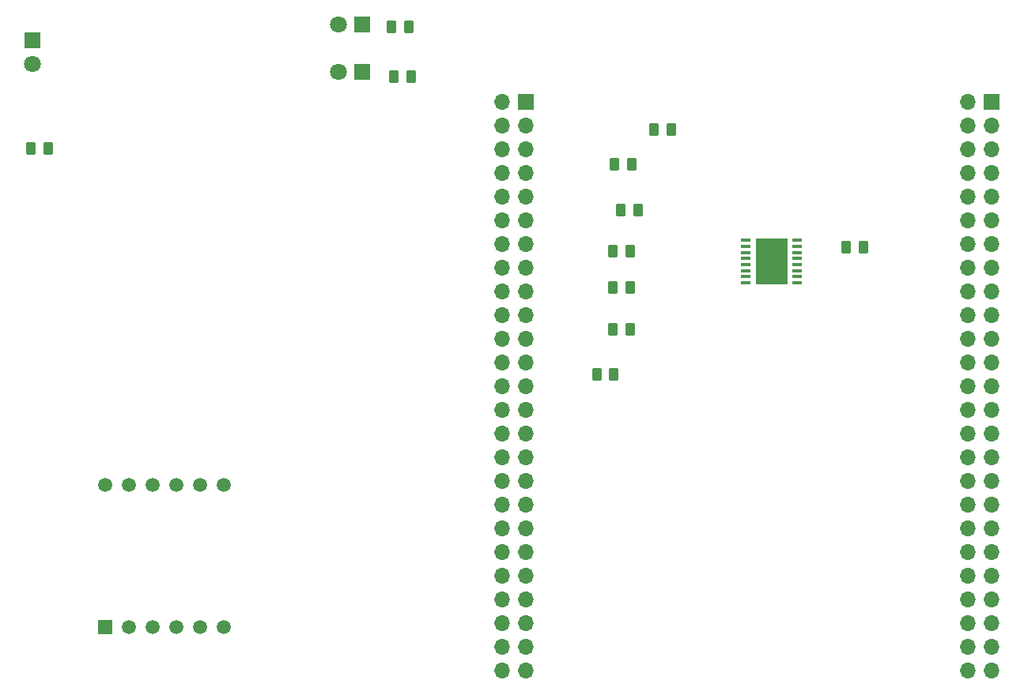
<source format=gbr>
%TF.GenerationSoftware,KiCad,Pcbnew,(7.0.0)*%
%TF.CreationDate,2023-05-31T00:06:15-06:00*%
%TF.ProjectId,Oximeter,4f78696d-6574-4657-922e-6b696361645f,rev?*%
%TF.SameCoordinates,Original*%
%TF.FileFunction,Soldermask,Top*%
%TF.FilePolarity,Negative*%
%FSLAX46Y46*%
G04 Gerber Fmt 4.6, Leading zero omitted, Abs format (unit mm)*
G04 Created by KiCad (PCBNEW (7.0.0)) date 2023-05-31 00:06:15*
%MOMM*%
%LPD*%
G01*
G04 APERTURE LIST*
G04 Aperture macros list*
%AMRoundRect*
0 Rectangle with rounded corners*
0 $1 Rounding radius*
0 $2 $3 $4 $5 $6 $7 $8 $9 X,Y pos of 4 corners*
0 Add a 4 corners polygon primitive as box body*
4,1,4,$2,$3,$4,$5,$6,$7,$8,$9,$2,$3,0*
0 Add four circle primitives for the rounded corners*
1,1,$1+$1,$2,$3*
1,1,$1+$1,$4,$5*
1,1,$1+$1,$6,$7*
1,1,$1+$1,$8,$9*
0 Add four rect primitives between the rounded corners*
20,1,$1+$1,$2,$3,$4,$5,0*
20,1,$1+$1,$4,$5,$6,$7,0*
20,1,$1+$1,$6,$7,$8,$9,0*
20,1,$1+$1,$8,$9,$2,$3,0*%
G04 Aperture macros list end*
%ADD10RoundRect,0.250000X-0.262500X-0.450000X0.262500X-0.450000X0.262500X0.450000X-0.262500X0.450000X0*%
%ADD11R,1.050000X0.450000*%
%ADD12R,3.400000X5.000000*%
%ADD13R,1.500000X1.500000*%
%ADD14C,1.500000*%
%ADD15RoundRect,0.250000X0.262500X0.450000X-0.262500X0.450000X-0.262500X-0.450000X0.262500X-0.450000X0*%
%ADD16R,1.700000X1.700000*%
%ADD17O,1.700000X1.700000*%
%ADD18R,1.800000X1.800000*%
%ADD19C,1.800000*%
G04 APERTURE END LIST*
D10*
%TO.C,R3*%
X238425000Y-89600000D03*
X240250000Y-89600000D03*
%TD*%
D11*
%TO.C,U2*%
X227624999Y-88824999D03*
X227624999Y-89474999D03*
X227624999Y-90124999D03*
X227624999Y-90774999D03*
X227624999Y-91424999D03*
X227624999Y-92074999D03*
X227624999Y-92724999D03*
X227624999Y-93374999D03*
X233174999Y-93374999D03*
X233174999Y-92724999D03*
X233174999Y-92074999D03*
X233174999Y-91424999D03*
X233174999Y-90774999D03*
X233174999Y-90124999D03*
X233174999Y-89474999D03*
X233174999Y-88824999D03*
D12*
X230399999Y-91099999D03*
%TD*%
D13*
%TO.C,U1*%
X159024999Y-130264999D03*
D14*
X161565000Y-130265000D03*
X164105000Y-130265000D03*
X166645000Y-130265000D03*
X169185000Y-130265000D03*
X171725000Y-130265000D03*
X171725000Y-115025000D03*
X169185000Y-115025000D03*
X166645000Y-115025000D03*
X164105000Y-115025000D03*
X161565000Y-115025000D03*
X159025000Y-115025000D03*
%TD*%
D15*
%TO.C,R11*%
X152950000Y-79025000D03*
X151125000Y-79025000D03*
%TD*%
%TO.C,R10*%
X213525000Y-103200000D03*
X211700000Y-103200000D03*
%TD*%
%TO.C,R9*%
X215275000Y-98375000D03*
X213450000Y-98375000D03*
%TD*%
%TO.C,R8*%
X215250000Y-93900000D03*
X213425000Y-93900000D03*
%TD*%
%TO.C,R7*%
X215250000Y-90025000D03*
X213425000Y-90025000D03*
%TD*%
%TO.C,R6*%
X214275000Y-85600000D03*
X216100000Y-85600000D03*
%TD*%
%TO.C,R5*%
X213600000Y-80675000D03*
X215425000Y-80675000D03*
%TD*%
%TO.C,R4*%
X217825000Y-76925000D03*
X219650000Y-76925000D03*
%TD*%
D10*
%TO.C,R2*%
X189735000Y-65950000D03*
X191560000Y-65950000D03*
%TD*%
%TO.C,R1*%
X189985000Y-71250000D03*
X191810000Y-71250000D03*
%TD*%
D16*
%TO.C,J2*%
X253974999Y-73994999D03*
D17*
X251434999Y-73994999D03*
X253974999Y-76534999D03*
X251434999Y-76534999D03*
X253974999Y-79074999D03*
X251434999Y-79074999D03*
X253974999Y-81614999D03*
X251434999Y-81614999D03*
X253974999Y-84154999D03*
X251434999Y-84154999D03*
X253974999Y-86694999D03*
X251434999Y-86694999D03*
X253974999Y-89234999D03*
X251434999Y-89234999D03*
X253974999Y-91774999D03*
X251434999Y-91774999D03*
X253974999Y-94314999D03*
X251434999Y-94314999D03*
X253974999Y-96854999D03*
X251434999Y-96854999D03*
X253974999Y-99394999D03*
X251434999Y-99394999D03*
X253974999Y-101934999D03*
X251434999Y-101934999D03*
X253974999Y-104474999D03*
X251434999Y-104474999D03*
X253974999Y-107014999D03*
X251434999Y-107014999D03*
X253974999Y-109554999D03*
X251434999Y-109554999D03*
X253974999Y-112094999D03*
X251434999Y-112094999D03*
X253974999Y-114634999D03*
X251434999Y-114634999D03*
X253974999Y-117174999D03*
X251434999Y-117174999D03*
X253974999Y-119714999D03*
X251434999Y-119714999D03*
X253974999Y-122254999D03*
X251434999Y-122254999D03*
X253974999Y-124794999D03*
X251434999Y-124794999D03*
X253974999Y-127334999D03*
X251434999Y-127334999D03*
X253974999Y-129874999D03*
X251434999Y-129874999D03*
X253974999Y-132414999D03*
X251434999Y-132414999D03*
X253974999Y-134954999D03*
X251434999Y-134954999D03*
%TD*%
D16*
%TO.C,J1*%
X204089999Y-73979999D03*
D17*
X201549999Y-73979999D03*
X204089999Y-76519999D03*
X201549999Y-76519999D03*
X204089999Y-79059999D03*
X201549999Y-79059999D03*
X204089999Y-81599999D03*
X201549999Y-81599999D03*
X204089999Y-84139999D03*
X201549999Y-84139999D03*
X204089999Y-86679999D03*
X201549999Y-86679999D03*
X204089999Y-89219999D03*
X201549999Y-89219999D03*
X204089999Y-91759999D03*
X201549999Y-91759999D03*
X204089999Y-94299999D03*
X201549999Y-94299999D03*
X204089999Y-96839999D03*
X201549999Y-96839999D03*
X204089999Y-99379999D03*
X201549999Y-99379999D03*
X204089999Y-101919999D03*
X201549999Y-101919999D03*
X204089999Y-104459999D03*
X201549999Y-104459999D03*
X204089999Y-106999999D03*
X201549999Y-106999999D03*
X204089999Y-109539999D03*
X201549999Y-109539999D03*
X204089999Y-112079999D03*
X201549999Y-112079999D03*
X204089999Y-114619999D03*
X201549999Y-114619999D03*
X204089999Y-117159999D03*
X201549999Y-117159999D03*
X204089999Y-119699999D03*
X201549999Y-119699999D03*
X204089999Y-122239999D03*
X201549999Y-122239999D03*
X204089999Y-124779999D03*
X201549999Y-124779999D03*
X204089999Y-127319999D03*
X201549999Y-127319999D03*
X204089999Y-129859999D03*
X201549999Y-129859999D03*
X204089999Y-132399999D03*
X201549999Y-132399999D03*
X204089999Y-134939999D03*
X201549999Y-134939999D03*
%TD*%
D18*
%TO.C,D3*%
X151312499Y-67424999D03*
D19*
X151312500Y-69965000D03*
%TD*%
D18*
%TO.C,D2*%
X186549999Y-70799999D03*
D19*
X184010000Y-70800000D03*
%TD*%
D18*
%TO.C,D1*%
X186549999Y-65724999D03*
D19*
X184010000Y-65725000D03*
%TD*%
M02*

</source>
